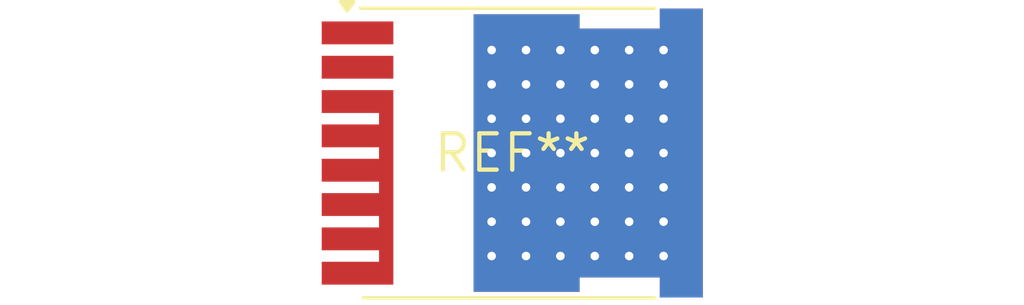
<source format=kicad_pcb>
(kicad_pcb (version 20240108) (generator pcbnew)
  (layers (0 "F.Cu" signal) (31 "B.Cu" signal) (34 "B.Paste" user) (35 "F.Paste" user) (36 "B.SilkS" user "B.Silkscreen") (37 "F.SilkS" user "F.Silkscreen") (38 "B.Mask" user) (39 "F.Mask" user) (44 "Edge.Cuts" user))
  (net 0 "")
  (footprint "Infineon_PG-HSOF-8-2_ThermalVias" (layer "F.Cu") (at 0 0)
    (property "Reference" "REF**")
    (property "Value" "Infineon_PG-HSOF-8-2_ThermalVias")
    (fp_line (start -5.3 -5.06) (end 4.97 -5.06) (layer "F.SilkS") (stroke (width 0.12)))
    (fp_line (start -5.2 5.06) (end 4.97 5.06) (layer "F.SilkS") (stroke (width 0.12)))
    (fp_poly (pts (xy -5.76 -4.96) (xy -5.52 -5.29) (xy -6 -5.29) (xy -5.76 -4.96)) (layer "F.SilkS") (stroke (width 0.12)) (fill solid))
    (pad "1" smd rect (at -5.4 -4.2) (size 2.5 0.8) (layers "F.Cu" "F.Mask"))
    (pad "2" smd rect (at -5.4 -3) (size 2.5 0.8) (layers "F.Cu" "F.Mask"))
    (pad "3" smd custom (at -4.4 1.2) (size 0.5 6.8) (layers "F.Cu" "F.Mask") (options (clearance outline) (anchor rect)) (primitives (gr_poly (pts (xy -0.25 -2.6) (xy -2.25 -2.6) (xy -2.25 -3.4) (xy -0.25 -3.4)) (width 0) (fill yes)) (gr_poly (pts (xy -0.25 -1.4) (xy -2.25 -1.4) (xy -2.25 -2.2) (xy -0.25 -2.2)) (width 0) (fill yes)) (gr_poly (pts (xy -0.25 -0.2) (xy -2.25 -0.2) (xy -2.25 -1) (xy -0.25 -1)) (width 0) (fill yes)) (gr_poly (pts (xy -0.25 1) (xy -2.25 1) (xy -2.25 0.2) (xy -0.25 0.2)) (width 0) (fill yes)) (gr_poly (pts (xy -0.25 2.2) (xy -2.25 2.2) (xy -2.25 1.4) (xy -0.25 1.4)) (width 0) (fill yes)) (gr_poly (pts (xy -0.25 3.4) (xy -2.25 3.4) (xy -2.25 2.6) (xy -0.25 2.6)) (width 0) (fill yes))))
    (pad "4" thru_hole circle (at -0.72 -3.6) (size 0.6 0.6) (drill 0.3) (layers *.Cu) (remove_unused_layers))
    (pad "4" thru_hole circle (at -0.72 -2.4) (size 0.6 0.6) (drill 0.3) (layers *.Cu) (remove_unused_layers))
    (pad "4" thru_hole circle (at -0.72 -1.2) (size 0.6 0.6) (drill 0.3) (layers *.Cu) (remove_unused_layers))
    (pad "4" thru_hole circle (at -0.72 0) (size 0.6 0.6) (drill 0.3) (layers *.Cu) (remove_unused_layers))
    (pad "4" thru_hole circle (at -0.72 1.2) (size 0.6 0.6) (drill 0.3) (layers *.Cu) (remove_unused_layers))
    (pad "4" thru_hole circle (at -0.72 2.4) (size 0.6 0.6) (drill 0.3) (layers *.Cu) (remove_unused_layers))
    (pad "4" thru_hole circle (at -0.72 3.6) (size 0.6 0.6) (drill 0.3) (layers *.Cu) (remove_unused_layers))
    (pad "4" thru_hole circle (at 0.48 -3.6) (size 0.6 0.6) (drill 0.3) (layers *.Cu) (remove_unused_layers))
    (pad "4" thru_hole circle (at 0.48 -2.4) (size 0.6 0.6) (drill 0.3) (layers *.Cu) (remove_unused_layers))
    (pad "4" thru_hole circle (at 0.48 -1.2) (size 0.6 0.6) (drill 0.3) (layers *.Cu) (remove_unused_layers))
    (pad "4" thru_hole circle (at 0.48 0) (size 0.6 0.6) (drill 0.3) (layers *.Cu) (remove_unused_layers))
    (pad "4" thru_hole circle (at 0.48 1.2) (size 0.6 0.6) (drill 0.3) (layers *.Cu) (remove_unused_layers))
    (pad "4" thru_hole circle (at 0.48 2.4) (size 0.6 0.6) (drill 0.3) (layers *.Cu) (remove_unused_layers))
    (pad "4" thru_hole circle (at 0.48 3.6) (size 0.6 0.6) (drill 0.3) (layers *.Cu) (remove_unused_layers))
    (pad "4" thru_hole circle (at 1.68 -3.6) (size 0.6 0.6) (drill 0.3) (layers *.Cu) (remove_unused_layers))
    (pad "4" thru_hole circle (at 1.68 -2.4) (size 0.6 0.6) (drill 0.3) (layers *.Cu) (remove_unused_layers))
    (pad "4" thru_hole circle (at 1.68 -1.2) (size 0.6 0.6) (drill 0.3) (layers *.Cu) (remove_unused_layers))
    (pad "4" thru_hole circle (at 1.68 0) (size 0.6 0.6) (drill 0.3) (layers *.Cu) (remove_unused_layers))
    (pad "4" thru_hole circle (at 1.68 1.2) (size 0.6 0.6) (drill 0.3) (layers *.Cu) (remove_unused_layers))
    (pad "4" thru_hole circle (at 1.68 2.4) (size 0.6 0.6) (drill 0.3) (layers *.Cu) (remove_unused_layers))
    (pad "4" thru_hole circle (at 1.68 3.6) (size 0.6 0.6) (drill 0.3) (layers *.Cu) (remove_unused_layers))
    (pad "4" thru_hole circle (at 2.88 -3.6) (size 0.6 0.6) (drill 0.3) (layers *.Cu) (remove_unused_layers))
    (pad "4" thru_hole circle (at 2.88 -2.4) (size 0.6 0.6) (drill 0.3) (layers *.Cu) (remove_unused_layers))
    (pad "4" thru_hole circle (at 2.88 -1.2) (size 0.6 0.6) (drill 0.3) (layers *.Cu) (remove_unused_layers))
    (pad "4" thru_hole circle (at 2.88 0) (size 0.6 0.6) (drill 0.3) (layers *.Cu) (remove_unused_layers))
    (pad "4" thru_hole circle (at 2.88 1.2) (size 0.6 0.6) (drill 0.3) (layers *.Cu) (remove_unused_layers))
    (pad "4" thru_hole circle (at 2.88 2.4) (size 0.6 0.6) (drill 0.3) (layers *.Cu) (remove_unused_layers))
    (pad "4" thru_hole circle (at 2.88 3.6) (size 0.6 0.6) (drill 0.3) (layers *.Cu) (remove_unused_layers))
    (pad "4" smd custom (at 3.75 0) (size 2.8 8.7) (layers "F.Cu" "F.Mask") (options (clearance outline) (anchor rect)) (primitives (gr_poly (pts (xy 2.9 5.05) (xy 1.4 5.05) (xy 1.4 -5.05) (xy 2.9 -5.05)) (width 0) (fill yes)) (gr_poly (pts (xy -1.4 4.85) (xy -5.1 4.85) (xy -5.1 -4.85) (xy -1.4 -4.85)) (width 0) (fill yes))))
    (pad "4" smd custom (at 3.75 0) (size 2.8 8.7) (layers "B.Cu") (options (clearance outline) (anchor rect)) (primitives (gr_poly (pts (xy 2.9 5.05) (xy 1.4 5.05) (xy 1.4 -5.05) (xy 2.9 -5.05)) (width 0) (fill yes)) (gr_poly (pts (xy -1.4 4.85) (xy -5.1 4.85) (xy -5.1 -4.85) (xy -1.4 -4.85)) (width 0) (fill yes))))
    (pad "4" thru_hole circle (at 4.08 -3.6) (size 0.6 0.6) (drill 0.3) (layers *.Cu) (remove_unused_layers))
    (pad "4" thru_hole circle (at 4.08 -2.4) (size 0.6 0.6) (drill 0.3) (layers *.Cu) (remove_unused_layers))
    (pad "4" thru_hole circle (at 4.08 -1.2) (size 0.6 0.6) (drill 0.3) (layers *.Cu) (remove_unused_layers))
    (pad "4" thru_hole circle (at 4.08 0) (size 0.6 0.6) (drill 0.3) (layers *.Cu) (remove_unused_layers))
    (pad "4" thru_hole circle (at 4.08 1.2) (size 0.6 0.6) (drill 0.3) (layers *.Cu) (remove_unused_layers))
    (pad "4" thru_hole circle (at 4.08 2.4) (size 0.6 0.6) (drill 0.3) (layers *.Cu) (remove_unused_layers))
    (pad "4" thru_hole circle (at 4.08 3.6) (size 0.6 0.6) (drill 0.3) (layers *.Cu) (remove_unused_layers))
    (pad "4" thru_hole circle (at 5.28 -3.6) (size 0.6 0.6) (drill 0.3) (layers *.Cu) (remove_unused_layers))
    (pad "4" thru_hole circle (at 5.28 -2.4) (size 0.6 0.6) (drill 0.3) (layers *.Cu) (remove_unused_layers))
    (pad "4" thru_hole circle (at 5.28 -1.2) (size 0.6 0.6) (drill 0.3) (layers *.Cu) (remove_unused_layers))
    (pad "4" thru_hole circle (at 5.28 0) (size 0.6 0.6) (drill 0.3) (layers *.Cu) (remove_unused_layers))
    (pad "4" thru_hole circle (at 5.28 1.2) (size 0.6 0.6) (drill 0.3) (layers *.Cu) (remove_unused_layers))
    (pad "4" thru_hole circle (at 5.28 2.4) (size 0.6 0.6) (drill 0.3) (layers *.Cu) (remove_unused_layers))
    (pad "4" thru_hole circle (at 5.28 3.6) (size 0.6 0.6) (drill 0.3) (layers *.Cu) (remove_unused_layers))
  )
)
</source>
